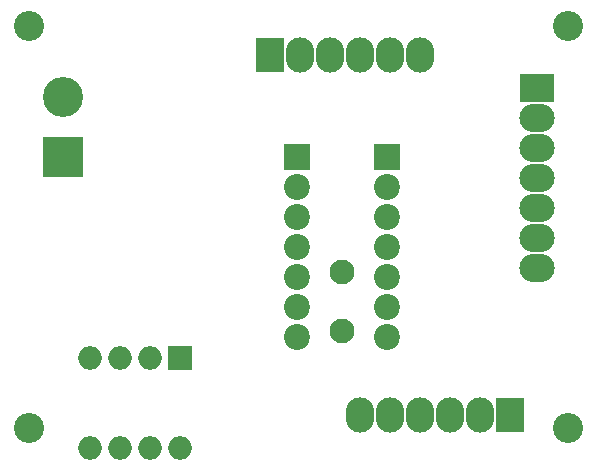
<source format=gbs>
G04 #@! TF.FileFunction,Soldermask,Bot*
%FSLAX46Y46*%
G04 Gerber Fmt 4.6, Leading zero omitted, Abs format (unit mm)*
G04 Created by KiCad (PCBNEW 4.0.6) date Tuesday, 11 '11e' April '11e' 2017, 13:18:08*
%MOMM*%
%LPD*%
G01*
G04 APERTURE LIST*
%ADD10C,0.100000*%
%ADD11R,2.400000X3.000000*%
%ADD12O,2.400000X3.000000*%
%ADD13R,3.000000X2.400000*%
%ADD14O,3.000000X2.400000*%
%ADD15R,2.200000X2.200000*%
%ADD16C,2.200000*%
%ADD17R,3.400000X3.400000*%
%ADD18C,3.400000*%
%ADD19R,2.000000X2.000000*%
%ADD20O,2.000000X2.000000*%
%ADD21C,2.100000*%
%ADD22C,2.550000*%
G04 APERTURE END LIST*
D10*
D11*
X132842000Y-60452000D03*
D12*
X135382000Y-60452000D03*
X137922000Y-60452000D03*
X140462000Y-60452000D03*
X143002000Y-60452000D03*
X145542000Y-60452000D03*
D11*
X153162000Y-90932000D03*
D12*
X150622000Y-90932000D03*
X148082000Y-90932000D03*
X145542000Y-90932000D03*
X143002000Y-90932000D03*
X140462000Y-90932000D03*
D13*
X155448000Y-63246000D03*
D14*
X155448000Y-65786000D03*
X155448000Y-68326000D03*
X155448000Y-70866000D03*
X155448000Y-73406000D03*
X155448000Y-75946000D03*
X155448000Y-78486000D03*
D15*
X135128000Y-69088000D03*
D16*
X135128000Y-71628000D03*
X135128000Y-74168000D03*
X135128000Y-76708000D03*
X135128000Y-79248000D03*
X135128000Y-81788000D03*
X135128000Y-84328000D03*
X142748000Y-84328000D03*
X142748000Y-81788000D03*
X142748000Y-79248000D03*
X142748000Y-76708000D03*
X142748000Y-74168000D03*
X142748000Y-71628000D03*
D15*
X142748000Y-69088000D03*
D17*
X115316000Y-69088000D03*
D18*
X115316000Y-64008000D03*
D19*
X125222000Y-86106000D03*
D20*
X117602000Y-93726000D03*
X122682000Y-86106000D03*
X120142000Y-93726000D03*
X120142000Y-86106000D03*
X122682000Y-93726000D03*
X117602000Y-86106000D03*
X125222000Y-93726000D03*
D21*
X138938000Y-83820000D03*
X138938000Y-78820000D03*
D22*
X112431100Y-92018600D03*
X158031100Y-92018600D03*
X112431100Y-58018600D03*
X158031100Y-58018600D03*
M02*

</source>
